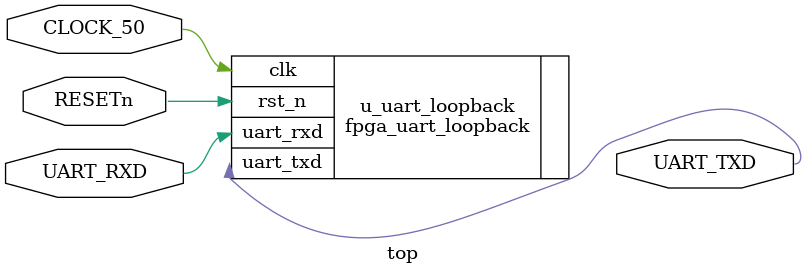
<source format=sv>

module top
(
    input         CLOCK_50,     // 50 MHz
    input         RESETn,       // RESETn Mapped to KEY[0]
    input         UART_RXD,
    output        UART_TXD
);

fpga_uart_loopback #(50)
u_uart_loopback (
    .clk      (CLOCK_50),
    .rst_n    (RESETn),
    .uart_rxd (UART_RXD),
    .uart_txd (UART_TXD)
);

endmodule

</source>
